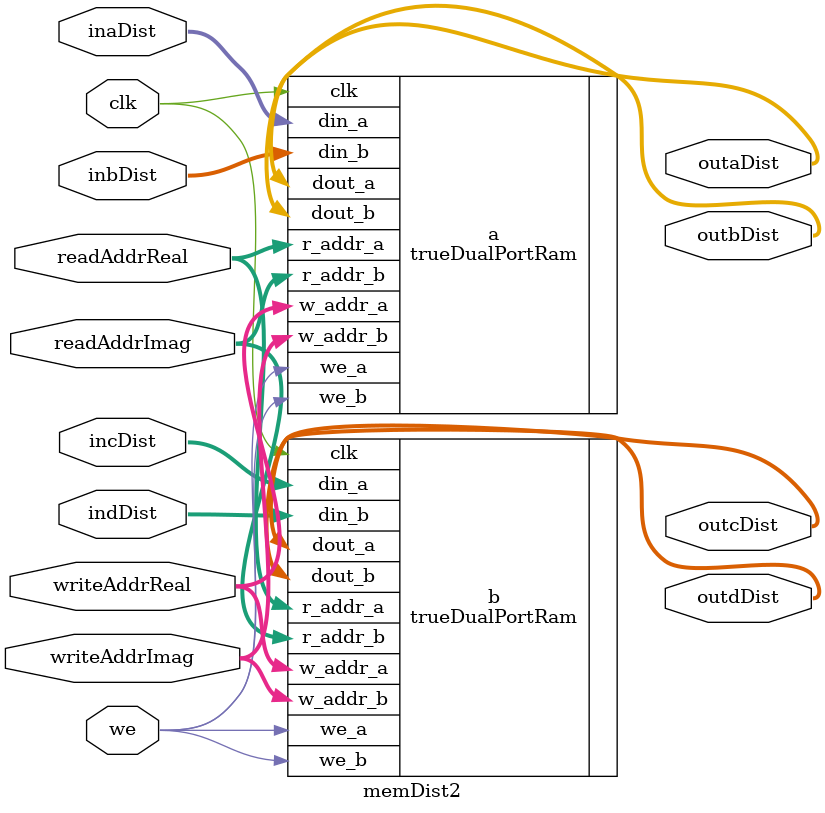
<source format=v>

module memDist2#(parameter WIDTH = 16,ADDR_WIDTH = 3, DEPTH = 8)
(
	input clk,
	//input
	input [WIDTH-1:0]inaDist,
	input [WIDTH-1:0]inbDist,
	input [WIDTH-1:0]incDist,
	input [WIDTH-1:0]indDist,
	//write enable 
	input we, 
	//read address 
	input [ADDR_WIDTH-1:0] readAddrReal,
	input [ADDR_WIDTH-1:0] readAddrImag,
	//write address
	input [ADDR_WIDTH-1:0] writeAddrReal,
	input [ADDR_WIDTH-1:0] writeAddrImag,
	//output 
	output  [WIDTH-1:0] outaDist,
	output  [WIDTH-1:0] outbDist,	
	output  [WIDTH-1:0] outcDist,
	output  [WIDTH-1:0] outdDist	
);

trueDualPortRam#(.WIDTH(WIDTH),.ADDR_WIDTH(ADDR_WIDTH),.DEPTH(DEPTH)) a
(
	.din_a(inaDist),
	.din_b(inbDist),
	.we_a(we),
	.we_b(we),
	.clk(clk),
	.w_addr_a(writeAddrReal),
	.r_addr_a(readAddrReal),
	.w_addr_b(writeAddrImag),
	.r_addr_b(readAddrImag),
	.dout_a(outaDist),
	.dout_b(outbDist)
);

trueDualPortRam#(.WIDTH(WIDTH),.ADDR_WIDTH(ADDR_WIDTH),.DEPTH(DEPTH)) b
(
	.din_a(incDist),
	.din_b(indDist),
	.we_a(we),
	.we_b(we),
	.clk(clk),
	.w_addr_a(writeAddrReal),
	.r_addr_a(readAddrReal),
	.w_addr_b(writeAddrImag),
	.r_addr_b(readAddrImag),
	.dout_a(outcDist),
	.dout_b(outdDist)
);

endmodule
</source>
